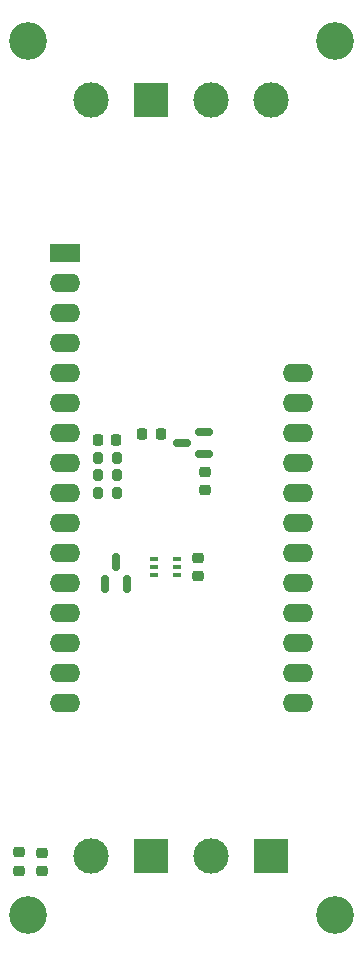
<source format=gbr>
%TF.GenerationSoftware,KiCad,Pcbnew,8.0.0*%
%TF.CreationDate,2024-05-28T22:42:53-04:00*%
%TF.ProjectId,MPPT Charge Controller,4d505054-2043-4686-9172-676520436f6e,0.2*%
%TF.SameCoordinates,Original*%
%TF.FileFunction,Soldermask,Bot*%
%TF.FilePolarity,Negative*%
%FSLAX46Y46*%
G04 Gerber Fmt 4.6, Leading zero omitted, Abs format (unit mm)*
G04 Created by KiCad (PCBNEW 8.0.0) date 2024-05-28 22:42:53*
%MOMM*%
%LPD*%
G01*
G04 APERTURE LIST*
G04 Aperture macros list*
%AMRoundRect*
0 Rectangle with rounded corners*
0 $1 Rounding radius*
0 $2 $3 $4 $5 $6 $7 $8 $9 X,Y pos of 4 corners*
0 Add a 4 corners polygon primitive as box body*
4,1,4,$2,$3,$4,$5,$6,$7,$8,$9,$2,$3,0*
0 Add four circle primitives for the rounded corners*
1,1,$1+$1,$2,$3*
1,1,$1+$1,$4,$5*
1,1,$1+$1,$6,$7*
1,1,$1+$1,$8,$9*
0 Add four rect primitives between the rounded corners*
20,1,$1+$1,$2,$3,$4,$5,0*
20,1,$1+$1,$4,$5,$6,$7,0*
20,1,$1+$1,$6,$7,$8,$9,0*
20,1,$1+$1,$8,$9,$2,$3,0*%
G04 Aperture macros list end*
%ADD10RoundRect,0.225000X-0.250000X0.225000X-0.250000X-0.225000X0.250000X-0.225000X0.250000X0.225000X0*%
%ADD11RoundRect,0.100000X0.225000X0.100000X-0.225000X0.100000X-0.225000X-0.100000X0.225000X-0.100000X0*%
%ADD12RoundRect,0.250000X-1.050000X-0.550000X1.050000X-0.550000X1.050000X0.550000X-1.050000X0.550000X0*%
%ADD13O,2.600000X1.600000*%
%ADD14C,3.200000*%
%ADD15C,3.000000*%
%ADD16R,3.000000X3.000000*%
%ADD17RoundRect,0.200000X-0.200000X-0.275000X0.200000X-0.275000X0.200000X0.275000X-0.200000X0.275000X0*%
%ADD18RoundRect,0.218750X-0.256250X0.218750X-0.256250X-0.218750X0.256250X-0.218750X0.256250X0.218750X0*%
%ADD19RoundRect,0.225000X0.225000X0.250000X-0.225000X0.250000X-0.225000X-0.250000X0.225000X-0.250000X0*%
%ADD20RoundRect,0.150000X0.150000X-0.587500X0.150000X0.587500X-0.150000X0.587500X-0.150000X-0.587500X0*%
%ADD21RoundRect,0.200000X0.200000X0.275000X-0.200000X0.275000X-0.200000X-0.275000X0.200000X-0.275000X0*%
%ADD22RoundRect,0.150000X0.587500X0.150000X-0.587500X0.150000X-0.587500X-0.150000X0.587500X-0.150000X0*%
G04 APERTURE END LIST*
D10*
%TO.C,C15*%
X111475000Y-106725000D03*
X111475000Y-108275000D03*
%TD*%
D11*
%TO.C,U5*%
X109650000Y-106850000D03*
X109650000Y-107500000D03*
X109650000Y-108150000D03*
X107750000Y-108150000D03*
X107750000Y-107500000D03*
X107750000Y-106850000D03*
%TD*%
D12*
%TO.C,A1*%
X100140000Y-80960000D03*
D13*
X100140000Y-83500000D03*
X100140000Y-86040000D03*
X100140000Y-88580000D03*
X100140000Y-91120000D03*
X100140000Y-93660000D03*
X100140000Y-96200000D03*
X100140000Y-98740000D03*
X100140000Y-101280000D03*
X100140000Y-103820000D03*
X100140000Y-106360000D03*
X100140000Y-108900000D03*
X100140000Y-111440000D03*
X100140000Y-113980000D03*
X100140000Y-116520000D03*
X100140000Y-119060000D03*
X119860000Y-119060000D03*
X119860000Y-116520000D03*
X119860000Y-113980000D03*
X119860000Y-111440000D03*
X119860000Y-108900000D03*
X119860000Y-106360000D03*
X119860000Y-103820000D03*
X119860000Y-101280000D03*
X119860000Y-98740000D03*
X119860000Y-96200000D03*
X119860000Y-93660000D03*
X119860000Y-91120000D03*
%TD*%
D14*
%TO.C,*%
X123000000Y-137000000D03*
%TD*%
%TO.C,*%
X97000000Y-137000000D03*
%TD*%
%TO.C,*%
X97000000Y-63000000D03*
%TD*%
%TO.C,REF\u002A\u002A*%
X123000000Y-63000000D03*
%TD*%
D15*
%TO.C,TP15*%
X117620000Y-68000000D03*
%TD*%
%TO.C,TP14*%
X102380000Y-68000000D03*
%TD*%
%TO.C,J3*%
X112540000Y-132000000D03*
D16*
X117620000Y-132000000D03*
%TD*%
D15*
%TO.C,J2*%
X102380000Y-132000000D03*
D16*
X107460000Y-132000000D03*
%TD*%
D15*
%TO.C,J1*%
X112540000Y-68000000D03*
D16*
X107460000Y-68000000D03*
%TD*%
D10*
%TO.C,C4*%
X112000000Y-99475000D03*
X112000000Y-101025000D03*
%TD*%
D17*
%TO.C,R6*%
X102925000Y-98250000D03*
X104575000Y-98250000D03*
%TD*%
D18*
%TO.C,D4*%
X96250000Y-131675000D03*
X96250000Y-133250000D03*
%TD*%
D17*
%TO.C,R9*%
X102925000Y-99750000D03*
X104575000Y-99750000D03*
%TD*%
D19*
%TO.C,C5*%
X106725000Y-96250000D03*
X108275000Y-96250000D03*
%TD*%
D18*
%TO.C,D3*%
X98250000Y-131712500D03*
X98250000Y-133287500D03*
%TD*%
D20*
%TO.C,Q3*%
X105450000Y-108937500D03*
X103550000Y-108937500D03*
X104500000Y-107062500D03*
%TD*%
D21*
%TO.C,R10*%
X104575000Y-101250000D03*
X102925000Y-101250000D03*
%TD*%
D19*
%TO.C,C2*%
X104525000Y-96750000D03*
X102975000Y-96750000D03*
%TD*%
D22*
%TO.C,D2*%
X110062500Y-97000000D03*
X111937500Y-97950000D03*
X111937500Y-96050000D03*
%TD*%
M02*

</source>
